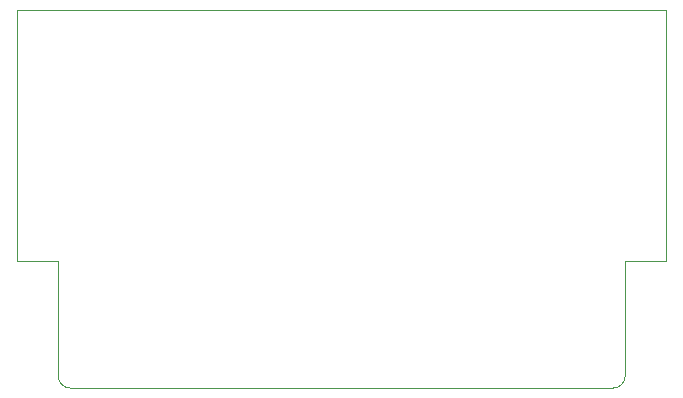
<source format=gbr>
%TF.GenerationSoftware,KiCad,Pcbnew,(6.0.7-1)-1*%
%TF.CreationDate,2023-01-24T10:24:56-08:00*%
%TF.ProjectId,QCard,51436172-642e-46b6-9963-61645f706362,1903842*%
%TF.SameCoordinates,Original*%
%TF.FileFunction,Profile,NP*%
%FSLAX46Y46*%
G04 Gerber Fmt 4.6, Leading zero omitted, Abs format (unit mm)*
G04 Created by KiCad (PCBNEW (6.0.7-1)-1) date 2023-01-24 10:24:56*
%MOMM*%
%LPD*%
G01*
G04 APERTURE LIST*
%TA.AperFunction,Profile*%
%ADD10C,0.100000*%
%TD*%
G04 APERTURE END LIST*
D10*
X105000000Y-84250000D02*
X105000000Y-63000000D01*
X50000000Y-63000000D02*
X50000000Y-84250000D01*
X53500000Y-94000000D02*
G75*
G03*
X54500000Y-95000000I1000000J0D01*
G01*
X100500000Y-95000000D02*
G75*
G03*
X101500000Y-94000000I0J1000000D01*
G01*
X101500000Y-84250000D02*
X105000000Y-84250000D01*
X100500000Y-95000000D02*
X54500000Y-95000000D01*
X50000000Y-84250000D02*
X53500000Y-84250000D01*
X50000000Y-63000000D02*
X105000000Y-63000000D01*
X53500000Y-84250000D02*
X53500000Y-94000000D01*
X101500000Y-94000000D02*
X101500000Y-84250000D01*
M02*

</source>
